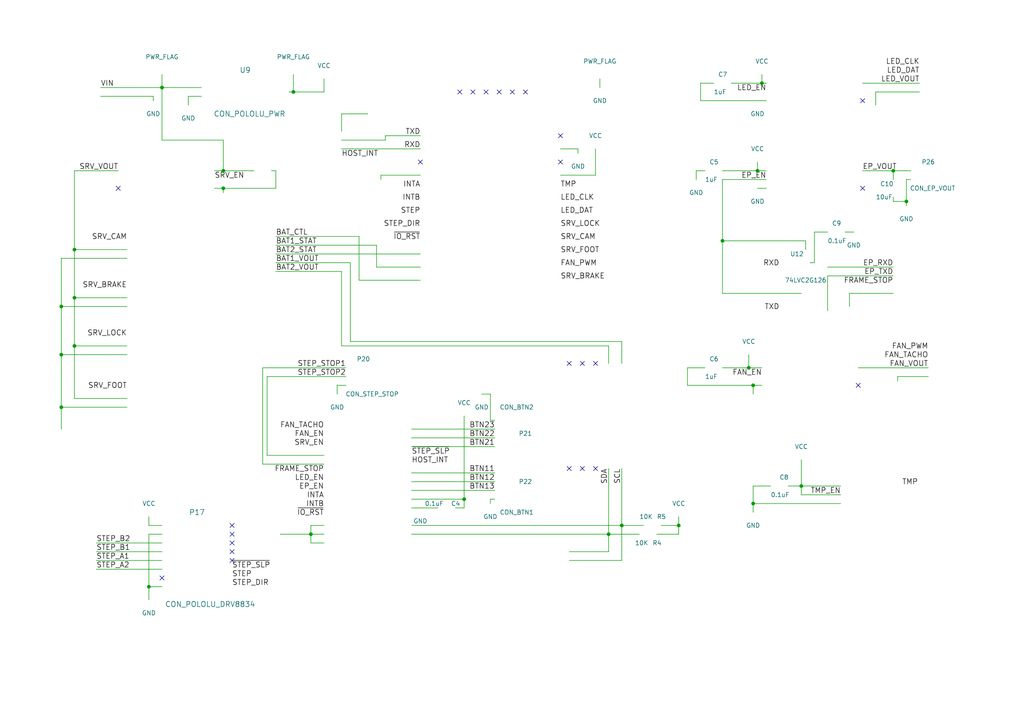
<source format=kicad_sch>
(kicad_sch (version 20230121) (generator eeschema)
  (paper "A4")
  (lib_symbols)
  (junction (at 64.77 49.53))
  (junction (at 17.78 118.11))
  (junction (at 232.41 140.97))
  (junction (at 134.62 144.78))
  (junction (at 220.98 24.13))
  (junction (at 90.17 154.94))
  (junction (at 218.44 111.76))
  (junction (at 176.53 154.94))
  (junction (at 218.44 146.05))
  (junction (at 85.09 26.67))
  (junction (at 217.17 106.68))
  (junction (at 21.59 86.36))
  (junction (at 17.78 88.9))
  (junction (at 21.59 72.39))
  (junction (at 209.55 69.85))
  (junction (at 259.08 49.53))
  (junction (at 46.99 25.4))
  (junction (at 180.34 152.4))
  (junction (at 21.59 100.33))
  (junction (at 196.85 152.4))
  (junction (at 64.77 54.61))
  (junction (at 219.71 49.53))
  (junction (at 262.89 58.42))
  (junction (at 43.18 170.18))
  (junction (at 17.78 102.87))
  (no_connect (at 67.31 152.4))
  (no_connect (at 137.16 26.67))
  (no_connect (at 172.72 105.41))
  (no_connect (at 67.31 160.02))
  (no_connect (at 168.91 135.89))
  (no_connect (at 162.56 46.99))
  (no_connect (at 67.31 162.56))
  (no_connect (at 144.78 26.67))
  (no_connect (at 121.92 46.99))
  (no_connect (at 152.4 26.67))
  (no_connect (at 250.19 54.61))
  (no_connect (at 162.56 39.37))
  (no_connect (at 250.19 29.21))
  (no_connect (at 46.99 167.64))
  (no_connect (at 67.31 154.94))
  (no_connect (at 34.29 54.61))
  (no_connect (at 133.35 26.67))
  (no_connect (at 140.97 26.67))
  (no_connect (at 148.59 26.67))
  (no_connect (at 172.72 135.89))
  (no_connect (at 67.31 157.48))
  (no_connect (at 165.1 105.41))
  (no_connect (at 168.91 105.41))
  (no_connect (at 248.92 111.76))
  (no_connect (at 165.1 135.89))
  (wire (pts (xy 232.41 133.35) (xy 232.41 140.97)))
  (wire (pts (xy 85.09 26.67) (xy 93.98 26.67)))
  (wire (pts (xy 266.7 24.13) (xy 250.19 24.13)))
  (wire (pts (xy 260.35 110.49) (xy 260.35 109.22)))
  (wire (pts (xy 142.24 144.78) (xy 143.51 144.78)))
  (wire (pts (xy 21.59 49.53) (xy 21.59 72.39)))
  (wire (pts (xy 64.77 54.61) (xy 80.01 54.61)))
  (wire (pts (xy 196.85 152.4) (xy 196.85 154.94)))
  (wire (pts (xy 143.51 121.92) (xy 142.24 121.92)))
  (wire (pts (xy 134.62 120.65) (xy 134.62 144.78)))
  (wire (pts (xy 173.99 22.86) (xy 173.99 25.4)))
  (wire (pts (xy 29.21 25.4) (xy 46.99 25.4)))
  (wire (pts (xy 80.01 73.66) (xy 121.92 73.66)))
  (wire (pts (xy 110.49 52.07) (xy 110.49 50.8)))
  (wire (pts (xy 77.47 132.08) (xy 93.98 132.08)))
  (wire (pts (xy 62.23 49.53) (xy 64.77 49.53)))
  (wire (pts (xy 142.24 121.92) (xy 142.24 114.3)))
  (wire (pts (xy 234.95 76.2) (xy 236.22 76.2)))
  (wire (pts (xy 232.41 140.97) (xy 243.84 140.97)))
  (wire (pts (xy 119.38 127) (xy 143.51 127)))
  (wire (pts (xy 46.99 21.59) (xy 46.99 25.4)))
  (wire (pts (xy 21.59 115.57) (xy 36.83 115.57)))
  (wire (pts (xy 176.53 154.94) (xy 176.53 160.02)))
  (wire (pts (xy 232.41 140.97) (xy 232.41 143.51)))
  (wire (pts (xy 219.71 54.61) (xy 222.25 54.61)))
  (wire (pts (xy 240.03 77.47) (xy 259.08 77.47)))
  (wire (pts (xy 119.38 154.94) (xy 176.53 154.94)))
  (wire (pts (xy 217.17 102.87) (xy 217.17 106.68)))
  (wire (pts (xy 180.34 152.4) (xy 186.69 152.4)))
  (wire (pts (xy 240.03 80.01) (xy 240.03 90.17)))
  (wire (pts (xy 218.44 146.05) (xy 218.44 148.59)))
  (wire (pts (xy 259.08 49.53) (xy 259.08 52.07)))
  (wire (pts (xy 111.76 39.37) (xy 111.76 40.64)))
  (wire (pts (xy 199.39 111.76) (xy 218.44 111.76)))
  (wire (pts (xy 228.6 140.97) (xy 232.41 140.97)))
  (wire (pts (xy 201.93 49.53) (xy 204.47 49.53)))
  (wire (pts (xy 209.55 49.53) (xy 219.71 49.53)))
  (wire (pts (xy 111.76 39.37) (xy 121.92 39.37)))
  (wire (pts (xy 27.94 165.1) (xy 46.99 165.1)))
  (wire (pts (xy 218.44 111.76) (xy 218.44 114.3)))
  (wire (pts (xy 100.33 111.76) (xy 97.79 111.76)))
  (wire (pts (xy 119.38 124.46) (xy 143.51 124.46)))
  (wire (pts (xy 119.38 139.7) (xy 143.51 139.7)))
  (wire (pts (xy 204.47 106.68) (xy 199.39 106.68)))
  (wire (pts (xy 99.06 43.18) (xy 121.92 43.18)))
  (wire (pts (xy 43.18 152.4) (xy 46.99 152.4)))
  (wire (pts (xy 220.98 21.59) (xy 220.98 24.13)))
  (wire (pts (xy 220.98 24.13) (xy 222.25 24.13)))
  (wire (pts (xy 245.11 67.31) (xy 247.65 67.31)))
  (wire (pts (xy 209.55 106.68) (xy 217.17 106.68)))
  (wire (pts (xy 207.01 24.13) (xy 203.2 24.13)))
  (wire (pts (xy 85.09 21.59) (xy 85.09 26.67)))
  (wire (pts (xy 110.49 50.8) (xy 121.92 50.8)))
  (wire (pts (xy 104.14 81.28) (xy 121.92 81.28)))
  (wire (pts (xy 167.64 43.18) (xy 167.64 44.45)))
  (wire (pts (xy 209.55 69.85) (xy 233.68 69.85)))
  (wire (pts (xy 219.71 49.53) (xy 222.25 49.53)))
  (wire (pts (xy 218.44 140.97) (xy 223.52 140.97)))
  (wire (pts (xy 199.39 106.68) (xy 199.39 111.76)))
  (wire (pts (xy 209.55 85.09) (xy 232.41 85.09)))
  (wire (pts (xy 90.17 154.94) (xy 90.17 157.48)))
  (wire (pts (xy 17.78 74.93) (xy 17.78 88.9)))
  (wire (pts (xy 264.16 52.07) (xy 262.89 52.07)))
  (wire (pts (xy 27.94 160.02) (xy 46.99 160.02)))
  (wire (pts (xy 21.59 72.39) (xy 21.59 86.36)))
  (wire (pts (xy 254 26.67) (xy 266.7 26.67)))
  (wire (pts (xy 76.2 134.62) (xy 93.98 134.62)))
  (wire (pts (xy 90.17 152.4) (xy 90.17 154.94)))
  (wire (pts (xy 64.77 40.64) (xy 64.77 49.53)))
  (wire (pts (xy 236.22 76.2) (xy 236.22 67.31)))
  (wire (pts (xy 46.99 40.64) (xy 64.77 40.64)))
  (wire (pts (xy 81.28 154.94) (xy 90.17 154.94)))
  (wire (pts (xy 80.01 78.74) (xy 99.06 78.74)))
  (wire (pts (xy 100.33 109.22) (xy 77.47 109.22)))
  (wire (pts (xy 134.62 144.78) (xy 134.62 147.32)))
  (wire (pts (xy 99.06 100.33) (xy 176.53 100.33)))
  (wire (pts (xy 119.38 129.54) (xy 143.51 129.54)))
  (wire (pts (xy 259.08 58.42) (xy 262.89 58.42)))
  (wire (pts (xy 233.68 69.85) (xy 233.68 72.39)))
  (wire (pts (xy 176.53 100.33) (xy 176.53 105.41)))
  (wire (pts (xy 180.34 135.89) (xy 180.34 152.4)))
  (wire (pts (xy 248.92 106.68) (xy 269.24 106.68)))
  (wire (pts (xy 104.14 68.58) (xy 104.14 81.28)))
  (wire (pts (xy 217.17 106.68) (xy 220.98 106.68)))
  (wire (pts (xy 119.38 144.78) (xy 134.62 144.78)))
  (wire (pts (xy 21.59 72.39) (xy 36.83 72.39)))
  (wire (pts (xy 58.42 27.94) (xy 54.61 27.94)))
  (wire (pts (xy 17.78 88.9) (xy 17.78 102.87)))
  (wire (pts (xy 21.59 86.36) (xy 21.59 100.33)))
  (wire (pts (xy 260.35 109.22) (xy 269.24 109.22)))
  (wire (pts (xy 176.53 154.94) (xy 185.42 154.94)))
  (wire (pts (xy 134.62 147.32) (xy 132.08 147.32)))
  (wire (pts (xy 62.23 54.61) (xy 64.77 54.61)))
  (wire (pts (xy 90.17 154.94) (xy 93.98 154.94)))
  (wire (pts (xy 180.34 162.56) (xy 165.1 162.56)))
  (wire (pts (xy 196.85 154.94) (xy 190.5 154.94)))
  (wire (pts (xy 101.6 76.2) (xy 101.6 99.06)))
  (wire (pts (xy 236.22 67.31) (xy 240.03 67.31)))
  (wire (pts (xy 46.99 25.4) (xy 58.42 25.4)))
  (wire (pts (xy 232.41 143.51) (xy 243.84 143.51)))
  (wire (pts (xy 218.44 111.76) (xy 220.98 111.76)))
  (wire (pts (xy 64.77 54.61) (xy 64.77 55.88)))
  (wire (pts (xy 172.72 43.18) (xy 172.72 50.8)))
  (wire (pts (xy 119.38 147.32) (xy 127 147.32)))
  (wire (pts (xy 27.94 157.48) (xy 46.99 157.48)))
  (wire (pts (xy 43.18 170.18) (xy 46.99 170.18)))
  (wire (pts (xy 44.45 27.94) (xy 44.45 29.21)))
  (wire (pts (xy 262.89 58.42) (xy 262.89 59.69)))
  (wire (pts (xy 176.53 160.02) (xy 165.1 160.02)))
  (wire (pts (xy 218.44 146.05) (xy 243.84 146.05)))
  (wire (pts (xy 46.99 25.4) (xy 46.99 40.64)))
  (wire (pts (xy 119.38 152.4) (xy 180.34 152.4)))
  (wire (pts (xy 180.34 99.06) (xy 180.34 105.41)))
  (wire (pts (xy 180.34 152.4) (xy 180.34 162.56)))
  (wire (pts (xy 21.59 100.33) (xy 36.83 100.33)))
  (wire (pts (xy 209.55 52.07) (xy 209.55 69.85)))
  (wire (pts (xy 219.71 46.99) (xy 219.71 49.53)))
  (wire (pts (xy 27.94 162.56) (xy 46.99 162.56)))
  (wire (pts (xy 176.53 135.89) (xy 176.53 154.94)))
  (wire (pts (xy 80.01 76.2) (xy 101.6 76.2)))
  (wire (pts (xy 203.2 29.21) (xy 222.25 29.21)))
  (wire (pts (xy 43.18 170.18) (xy 43.18 173.99)))
  (wire (pts (xy 196.85 149.86) (xy 196.85 152.4)))
  (wire (pts (xy 29.21 27.94) (xy 44.45 27.94)))
  (wire (pts (xy 99.06 33.02) (xy 99.06 38.1)))
  (wire (pts (xy 76.2 106.68) (xy 76.2 134.62)))
  (wire (pts (xy 109.22 71.12) (xy 109.22 77.47)))
  (wire (pts (xy 78.74 49.53) (xy 80.01 49.53)))
  (wire (pts (xy 80.01 68.58) (xy 104.14 68.58)))
  (wire (pts (xy 54.61 27.94) (xy 54.61 30.48)))
  (wire (pts (xy 43.18 154.94) (xy 46.99 154.94)))
  (wire (pts (xy 250.19 49.53) (xy 259.08 49.53)))
  (wire (pts (xy 36.83 118.11) (xy 17.78 118.11)))
  (wire (pts (xy 97.79 111.76) (xy 97.79 114.3)))
  (wire (pts (xy 43.18 154.94) (xy 43.18 170.18)))
  (wire (pts (xy 172.72 50.8) (xy 162.56 50.8)))
  (wire (pts (xy 80.01 71.12) (xy 109.22 71.12)))
  (wire (pts (xy 21.59 86.36) (xy 36.83 86.36)))
  (wire (pts (xy 83.82 26.67) (xy 85.09 26.67)))
  (wire (pts (xy 218.44 140.97) (xy 218.44 146.05)))
  (wire (pts (xy 246.38 88.9) (xy 246.38 85.09)))
  (wire (pts (xy 109.22 77.47) (xy 121.92 77.47)))
  (wire (pts (xy 203.2 24.13) (xy 203.2 29.21)))
  (wire (pts (xy 43.18 149.86) (xy 43.18 152.4)))
  (wire (pts (xy 93.98 152.4) (xy 90.17 152.4)))
  (wire (pts (xy 21.59 100.33) (xy 21.59 115.57)))
  (wire (pts (xy 119.38 137.16) (xy 143.51 137.16)))
  (wire (pts (xy 17.78 118.11) (xy 17.78 124.46)))
  (wire (pts (xy 34.29 49.53) (xy 21.59 49.53)))
  (wire (pts (xy 259.08 49.53) (xy 264.16 49.53)))
  (wire (pts (xy 76.2 106.68) (xy 100.33 106.68)))
  (wire (pts (xy 17.78 102.87) (xy 36.83 102.87)))
  (wire (pts (xy 162.56 43.18) (xy 167.64 43.18)))
  (wire (pts (xy 259.08 57.15) (xy 259.08 58.42)))
  (wire (pts (xy 142.24 114.3) (xy 139.7 114.3)))
  (wire (pts (xy 64.77 49.53) (xy 73.66 49.53)))
  (wire (pts (xy 17.78 88.9) (xy 36.83 88.9)))
  (wire (pts (xy 201.93 52.07) (xy 201.93 49.53)))
  (wire (pts (xy 142.24 144.78) (xy 142.24 146.05)))
  (wire (pts (xy 212.09 24.13) (xy 220.98 24.13)))
  (wire (pts (xy 99.06 78.74) (xy 99.06 100.33)))
  (wire (pts (xy 209.55 52.07) (xy 222.25 52.07)))
  (wire (pts (xy 209.55 69.85) (xy 209.55 85.09)))
  (wire (pts (xy 90.17 157.48) (xy 93.98 157.48)))
  (wire (pts (xy 111.76 40.64) (xy 99.06 40.64)))
  (wire (pts (xy 262.89 52.07) (xy 262.89 58.42)))
  (wire (pts (xy 246.38 85.09) (xy 259.08 85.09)))
  (wire (pts (xy 259.08 80.01) (xy 240.03 80.01)))
  (wire (pts (xy 17.78 102.87) (xy 17.78 118.11)))
  (wire (pts (xy 77.47 109.22) (xy 77.47 132.08)))
  (wire (pts (xy 196.85 152.4) (xy 191.77 152.4)))
  (wire (pts (xy 17.78 74.93) (xy 36.83 74.93)))
  (wire (pts (xy 254 30.48) (xy 254 26.67)))
  (wire (pts (xy 101.6 99.06) (xy 180.34 99.06)))
  (wire (pts (xy 106.68 33.02) (xy 99.06 33.02)))
  (wire (pts (xy 93.98 26.67) (xy 93.98 22.86)))
  (wire (pts (xy 119.38 142.24) (xy 143.51 142.24)))
  (wire (pts (xy 80.01 49.53) (xy 80.01 54.61)))
  (label "SRV_EN" (at 62.23 52.07 0) (effects (font (size 1.524 1.524))))
  (label "~{STEP_SLP}" (at 67.31 165.1 0) (effects (font (size 1.524 1.524))))
  (label "LED_VOUT" (at 266.7 24.13 180) (effects (font (size 1.524 1.524))))
  (label "INTA" (at 93.98 144.78 180) (effects (font (size 1.524 1.524))))
  (label "HOST_INT" (at 99.06 45.72 0) (effects (font (size 1.524 1.524))))
  (label "LED_EN" (at 93.98 139.7 180) (effects (font (size 1.524 1.524))))
  (label "TMP_EN" (at 243.84 143.51 180) (effects (font (size 1.524 1.524))))
  (label "SRV_LOCK" (at 162.56 66.04 0) (effects (font (size 1.524 1.524))))
  (label "LED_EN" (at 222.25 26.67 180) (effects (font (size 1.524 1.524))))
  (label "SDA" (at 176.53 135.89 270) (effects (font (size 1.524 1.524))))
  (label "FAN_PWM" (at 162.56 77.47 0) (effects (font (size 1.524 1.524))))
  (label "STEP_A1" (at 27.94 162.56 0) (effects (font (size 1.524 1.524))))
  (label "BTN11" (at 143.51 137.16 180) (effects (font (size 1.524 1.524))))
  (label "LED_CLK" (at 162.56 58.42 0) (effects (font (size 1.524 1.524))))
  (label "~{STEP_SLP}" (at 119.38 132.08 0) (effects (font (size 1.524 1.524))))
  (label "FAN_TACHO" (at 269.24 104.14 180) (effects (font (size 1.524 1.524))))
  (label "EP_EN" (at 93.98 142.24 180) (effects (font (size 1.524 1.524))))
  (label "SRV_BRAKE" (at 36.83 83.82 180) (effects (font (size 1.524 1.524))))
  (label "BTN22" (at 143.51 127 180) (effects (font (size 1.524 1.524))))
  (label "LED_CLK" (at 266.7 19.05 180) (effects (font (size 1.524 1.524))))
  (label "INTB" (at 121.92 58.42 180) (effects (font (size 1.524 1.524))))
  (label "SRV_FOOT" (at 162.56 73.66 0) (effects (font (size 1.524 1.524))))
  (label "LED_DAT" (at 266.7 21.59 180) (effects (font (size 1.524 1.524))))
  (label "STEP_B1" (at 27.94 160.02 0) (effects (font (size 1.524 1.524))))
  (label "BTN13" (at 143.51 142.24 180) (effects (font (size 1.524 1.524))))
  (label "TMP" (at 261.62 140.97 0) (effects (font (size 1.524 1.524))))
  (label "FRAME_STOP" (at 259.08 82.55 180) (effects (font (size 1.524 1.524))))
  (label "SRV_LOCK" (at 36.83 97.79 180) (effects (font (size 1.524 1.524))))
  (label "SRV_CAM" (at 162.56 69.85 0) (effects (font (size 1.524 1.524))))
  (label "LED_DAT" (at 162.56 62.23 0) (effects (font (size 1.524 1.524))))
  (label "EP_TXD" (at 259.08 80.01 180) (effects (font (size 1.524 1.524))))
  (label "FRAME_STOP" (at 93.98 137.16 180) (effects (font (size 1.524 1.524))))
  (label "BTN23" (at 143.51 124.46 180) (effects (font (size 1.524 1.524))))
  (label "TMP" (at 162.56 54.61 0) (effects (font (size 1.524 1.524))))
  (label "STEP_A2" (at 27.94 165.1 0) (effects (font (size 1.524 1.524))))
  (label "BAT1_VOUT" (at 80.01 76.2 0) (effects (font (size 1.524 1.524))))
  (label "BTN21" (at 143.51 129.54 180) (effects (font (size 1.524 1.524))))
  (label "VIN" (at 29.21 25.4 0) (effects (font (size 1.524 1.524))))
  (label "SRV_BRAKE" (at 162.56 81.28 0) (effects (font (size 1.524 1.524))))
  (label "SRV_FOOT" (at 36.83 113.03 180) (effects (font (size 1.524 1.524))))
  (label "SRV_EN" (at 93.98 129.54 180) (effects (font (size 1.524 1.524))))
  (label "FAN_EN" (at 220.98 109.22 180) (effects (font (size 1.524 1.524))))
  (label "EP_RXD" (at 259.08 77.47 180) (effects (font (size 1.524 1.524))))
  (label "STEP_STOP2" (at 100.33 109.22 180) (effects (font (size 1.524 1.524))))
  (label "INTA" (at 121.92 54.61 180) (effects (font (size 1.524 1.524))))
  (label "FAN_VOUT" (at 269.24 106.68 180) (effects (font (size 1.524 1.524))))
  (label "STEP_B2" (at 27.94 157.48 0) (effects (font (size 1.524 1.524))))
  (label "SCL" (at 180.34 135.89 270) (effects (font (size 1.524 1.524))))
  (label "RXD" (at 121.92 43.18 180) (effects (font (size 1.524 1.524))))
  (label "TXD" (at 121.92 39.37 180) (effects (font (size 1.524 1.524))))
  (label "FAN_EN" (at 93.98 127 180) (effects (font (size 1.524 1.524))))
  (label "EP_EN" (at 222.25 52.07 180) (effects (font (size 1.524 1.524))))
  (label "HOST_INT" (at 119.38 134.62 0) (effects (font (size 1.524 1.524))))
  (label "~{IO_RST}" (at 121.92 69.85 180) (effects (font (size 1.524 1.524))))
  (label "BAT2_STAT" (at 80.01 73.66 0) (effects (font (size 1.524 1.524))))
  (label "BAT2_VOUT" (at 80.01 78.74 0) (effects (font (size 1.524 1.524))))
  (label "TXD" (at 226.06 90.17 180) (effects (font (size 1.524 1.524))))
  (label "FAN_PWM" (at 269.24 101.6 180) (effects (font (size 1.524 1.524))))
  (label "FAN_TACHO" (at 93.98 124.46 180) (effects (font (size 1.524 1.524))))
  (label "SRV_VOUT" (at 34.29 49.53 180) (effects (font (size 1.524 1.524))))
  (label "STEP" (at 67.31 167.64 0) (effects (font (size 1.524 1.524))))
  (label "RXD" (at 226.06 77.47 180) (effects (font (size 1.524 1.524))))
  (label "STEP_DIR" (at 121.92 66.04 180) (effects (font (size 1.524 1.524))))
  (label "BTN12" (at 143.51 139.7 180) (effects (font (size 1.524 1.524))))
  (label "INTB" (at 93.98 147.32 180) (effects (font (size 1.524 1.524))))
  (label "SRV_CAM" (at 36.83 69.85 180) (effects (font (size 1.524 1.524))))
  (label "EP_VOUT" (at 250.19 49.53 0) (effects (font (size 1.524 1.524))))
  (label "~{IO_RST}" (at 93.98 149.86 180) (effects (font (size 1.524 1.524))))
  (label "BAT_CTL" (at 80.01 68.58 0) (effects (font (size 1.524 1.524))))
  (label "STEP" (at 121.92 62.23 180) (effects (font (size 1.524 1.524))))
  (label "STEP_DIR" (at 67.31 170.18 0) (effects (font (size 1.524 1.524))))
  (label "STEP_STOP1" (at 100.33 106.68 180) (effects (font (size 1.524 1.524))))
  (label "BAT1_STAT" (at 80.01 71.12 0) (effects (font (size 1.524 1.524))))
  (symbol (lib_id "ProMini") (at 142.24 60.96 0) (unit 1)
    (property "Reference" "U11" (at 142.24 58.42 0) (effects (font (size 1.524 1.524))))
    (property "Value" "ProMini" (at 142.24 62.23 0) (effects (font (size 1.524 1.524))))
    (property "Footprint" "body:PRO_MINI" (effects hide))
  )
  (symbol (lib_id "ProMini") (at 172.72 120.65 0) (unit 2)
    (property "Reference" "U11" (at 172.72 118.11 0) (effects (font (size 1.524 1.524))))
    (property "Value" "ProMini" (at 172.72 121.92 0) (effects (font (size 1.524 1.524))))
  )
  (symbol (lib_id "CONN_01X05") (at 74.93 73.66 0) (mirror y) (unit 1)
    (property "Reference" "P18" (at 74.93 64.77 0))
    (property "Value" "CON_BAT" (at 74.93 82.55 0))
    (property "Footprint" "Connectors_Molex:Molex_PicoBlade_53047-0510" (effects hide))
  )
  (symbol (lib_id "PWR_FLAG") (at 46.99 21.59 0) (unit 1)
    (property "Reference" "#FLG01" (effects hide))
    (property "Value" "PWR_FLAG" (at 46.99 16.51 0))
  )
  (symbol (lib_id "VCC") (at 93.98 22.86 0) (unit 1)
    (property "Reference" "#PWR02" (effects hide))
    (property "Value" "VCC" (at 93.98 19.05 0))
  )
  (symbol (lib_id "CONN_01X03") (at 41.91 72.39 0) (unit 1)
    (property "Reference" "P14" (at 41.91 67.31 0))
    (property "Value" "CON_SRV_CAM" (at 41.91 77.47 0))
    (property "Footprint" "Connectors_Molex:Molex_PicoBlade_53047-0310" (effects hide))
  )
  (symbol (lib_id "High_Side_Switch") (at 48.26 52.07 0) (mirror y) (unit 1)
    (property "Reference" "U8" (at 48.26 44.45 0) (effects (font (size 1.524 1.524))))
    (property "Value" "SRV_SWITCH" (at 48.26 59.69 0) (effects (font (size 1.524 1.524))))
    (property "Footprint" "TO_SOT_Packages_SMD:SOT-23-5" (effects hide))
  )
  (symbol (lib_id "GND") (at 64.77 55.88 0) (unit 1)
    (property "Reference" "#PWR03" (effects hide))
    (property "Value" "GND" (at 64.77 59.69 0))
  )
  (symbol (lib_id "CONN_01X03") (at 41.91 86.36 0) (unit 1)
    (property "Reference" "P15" (at 41.91 81.28 0))
    (property "Value" "CON_SRV_BRAKE" (at 41.91 91.44 0))
    (property "Footprint" "Connectors_Molex:Molex_PicoBlade_53047-0310" (effects hide))
  )
  (symbol (lib_id "CONN_01X03") (at 41.91 100.33 0) (unit 1)
    (property "Reference" "P16" (at 41.91 95.25 0))
    (property "Value" "CON_SRV_LOCK" (at 41.91 105.41 0))
    (property "Footprint" "Connectors_Molex:Molex_PicoBlade_53047-0310" (effects hide))
  )
  (symbol (lib_id "CONN_01X03") (at 41.91 115.57 0) (unit 1)
    (property "Reference" "P23" (at 41.91 110.49 0))
    (property "Value" "CON_SRV_FOOT" (at 41.91 120.65 0))
    (property "Footprint" "Connectors_Molex:Molex_PicoBlade_53047-0310" (effects hide))
  )
  (symbol (lib_id "High_Side_Switch") (at 236.22 26.67 0) (unit 1)
    (property "Reference" "U14" (at 236.22 19.05 0) (effects (font (size 1.524 1.524))))
    (property "Value" "LED_SWITCH" (at 236.22 34.29 0) (effects (font (size 1.524 1.524))))
    (property "Footprint" "TO_SOT_Packages_SMD:SOT-23-5" (effects hide))
  )
  (symbol (lib_id "VCC") (at 220.98 21.59 0) (unit 1)
    (property "Reference" "#PWR04" (effects hide))
    (property "Value" "VCC" (at 220.98 17.78 0))
  )
  (symbol (lib_id "GND") (at 219.71 29.21 0) (unit 1)
    (property "Reference" "#PWR05" (effects hide))
    (property "Value" "GND" (at 219.71 33.02 0))
  )
  (symbol (lib_id "High_Side_Switch") (at 236.22 52.07 0) (unit 1)
    (property "Reference" "U15" (at 236.22 44.45 0) (effects (font (size 1.524 1.524))))
    (property "Value" "EP_SWITCH" (at 236.22 59.69 0) (effects (font (size 1.524 1.524))))
    (property "Footprint" "TO_SOT_Packages_SMD:SOT-23-5" (effects hide))
  )
  (symbol (lib_id "VCC") (at 219.71 46.99 0) (unit 1)
    (property "Reference" "#PWR06" (effects hide))
    (property "Value" "VCC" (at 219.71 43.18 0))
  )
  (symbol (lib_id "GND") (at 219.71 54.61 0) (unit 1)
    (property "Reference" "#PWR07" (effects hide))
    (property "Value" "GND" (at 219.71 58.42 0))
  )
  (symbol (lib_id "GND") (at 254 30.48 0) (unit 1)
    (property "Reference" "#PWR08" (effects hide))
    (property "Value" "GND" (at 254 34.29 0))
  )
  (symbol (lib_id "CONN_01X02") (at 269.24 50.8 0) (unit 1)
    (property "Reference" "P26" (at 269.24 46.99 0))
    (property "Value" "CON_EP_VOUT" (at 270.51 54.61 0))
    (property "Footprint" "Connectors_Molex:Molex_PicoBlade_53047-0210" (effects hide))
  )
  (symbol (lib_id "GND") (at 262.89 59.69 0) (unit 1)
    (property "Reference" "#PWR09" (effects hide))
    (property "Value" "GND" (at 262.89 63.5 0))
  )
  (symbol (lib_id "74LVC2G126") (at 233.68 77.47 0) (unit 2)
    (property "Reference" "U12" (at 231.14 73.66 0))
    (property "Value" "74LVC2G126" (at 233.68 81.28 0))
    (property "Footprint" "body:TI_DCU_8" (effects hide))
  )
  (symbol (lib_id "74LVC2G126") (at 232.41 90.17 0) (mirror y) (unit 1)
    (property "Reference" "U12" (at 234.95 86.36 0))
    (property "Value" "74LVC2G126" (at 232.41 93.98 0))
  )
  (symbol (lib_id "CONN_01X04") (at 264.16 81.28 0) (mirror x) (unit 1)
    (property "Reference" "P24" (at 264.16 87.63 0))
    (property "Value" "CON_EYEPIECE_COM" (at 270.51 73.66 0))
    (property "Footprint" "Connectors_Molex:Molex_PicoBlade_53047-0410" (effects hide))
  )
  (symbol (lib_id "CON_POLOLU_DRV8834") (at 57.15 161.29 0) (unit 1)
    (property "Reference" "P17" (at 57.15 148.59 0) (effects (font (size 1.524 1.524))))
    (property "Value" "CON_POLOLU_DRV8834" (at 60.96 175.26 0) (effects (font (size 1.524 1.524))))
    (property "Footprint" "body:POLOLU_DRV8834" (effects hide))
  )
  (symbol (lib_id "CON_POLOLU_PWR") (at 71.12 26.67 0) (unit 1)
    (property "Reference" "U9" (at 71.12 20.32 0) (effects (font (size 1.524 1.524))))
    (property "Value" "CON_POLOLU_PWR" (at 72.39 33.02 0) (effects (font (size 1.524 1.524))))
    (property "Footprint" "body:POLOLU_U1V10F5" (effects hide))
  )
  (symbol (lib_id "GND") (at 246.38 88.9 0) (unit 1)
    (property "Reference" "#PWR010" (effects hide))
    (property "Value" "GND" (at 246.38 92.71 0))
  )
  (symbol (lib_id "C_Small") (at 242.57 67.31 270) (unit 1)
    (property "Reference" "C9" (at 241.3 64.77 90) (effects (justify left)))
    (property "Value" "0.1uF" (at 240.03 69.85 90) (effects (justify left)))
    (property "Footprint" "Capacitors_SMD:C_0402" (effects hide))
  )
  (symbol (lib_id "GND") (at 247.65 67.31 0) (unit 1)
    (property "Reference" "#PWR011" (effects hide))
    (property "Value" "GND" (at 247.65 71.12 0))
  )
  (symbol (lib_id "CONN_01X04") (at 93.98 41.91 0) (mirror y) (unit 1)
    (property "Reference" "P19" (at 93.98 35.56 0))
    (property "Value" "CON_UART" (at 93.98 49.53 0))
    (property "Footprint" "Connectors_Molex:Molex_PicoBlade_53047-0410" (effects hide))
  )
  (symbol (lib_id "GND") (at 106.68 33.02 0) (unit 1)
    (property "Reference" "#PWR012" (effects hide))
    (property "Value" "GND" (at 106.68 36.83 0))
  )
  (symbol (lib_id "CONN_01X04") (at 22.86 161.29 0) (mirror y) (unit 1)
    (property "Reference" "P13" (at 22.86 154.94 0))
    (property "Value" "CON_STEP" (at 22.86 168.91 0))
    (property "Footprint" "Connectors_Molex:Molex_PicoBlade_53047-0410" (effects hide))
  )
  (symbol (lib_id "VCC") (at 43.18 149.86 0) (unit 1)
    (property "Reference" "#PWR013" (effects hide))
    (property "Value" "VCC" (at 43.18 146.05 0))
  )
  (symbol (lib_id "GND") (at 43.18 173.99 0) (unit 1)
    (property "Reference" "#PWR014" (effects hide))
    (property "Value" "GND" (at 43.18 177.8 0))
  )
  (symbol (lib_id "CONN_01X03") (at 105.41 109.22 0) (unit 1)
    (property "Reference" "P20" (at 105.41 104.14 0))
    (property "Value" "CON_STEP_STOP" (at 107.95 114.3 0))
    (property "Footprint" "Connectors_Molex:Molex_PicoBlade_53047-0310" (effects hide))
  )
  (symbol (lib_id "GND") (at 167.64 44.45 0) (unit 1)
    (property "Reference" "#PWR015" (effects hide))
    (property "Value" "GND" (at 167.64 48.26 0))
  )
  (symbol (lib_id "VCC") (at 172.72 43.18 0) (unit 1)
    (property "Reference" "#PWR025" (effects hide))
    (property "Value" "VCC" (at 172.72 39.37 0))
  )
  (symbol (lib_id "High_Side_Switch") (at 234.95 109.22 0) (unit 1)
    (property "Reference" "U13" (at 234.95 101.6 0) (effects (font (size 1.524 1.524))))
    (property "Value" "FAN_SWITCH" (at 234.95 116.84 0) (effects (font (size 1.524 1.524))))
    (property "Footprint" "TO_SOT_Packages_SMD:SOT-23-5" (effects hide))
  )
  (symbol (lib_id "VCC") (at 217.17 102.87 0) (unit 1)
    (property "Reference" "#PWR016" (effects hide))
    (property "Value" "VCC" (at 217.17 99.06 0))
  )
  (symbol (lib_id "GND") (at 218.44 114.3 0) (unit 1)
    (property "Reference" "#PWR017" (effects hide))
    (property "Value" "GND" (at 218.44 118.11 0))
  )
  (symbol (lib_id "CONN_01X04") (at 274.32 105.41 0) (unit 1)
    (property "Reference" "P25" (at 274.32 99.06 0))
    (property "Value" "CON_FAN" (at 274.32 111.76 0))
    (property "Footprint" "Connectors_Molex:Molex_PicoBlade_53047-0410" (effects hide))
  )
  (symbol (lib_id "GND") (at 260.35 110.49 0) (unit 1)
    (property "Reference" "#PWR018" (effects hide))
    (property "Value" "GND" (at 260.35 114.3 0))
  )
  (symbol (lib_id "GND") (at 17.78 124.46 0) (unit 1)
    (property "Reference" "#PWR019" (effects hide))
    (property "Value" "GND" (at 17.78 128.27 0))
  )
  (symbol (lib_id "TMP36") (at 252.73 143.51 0) (unit 1)
    (property "Reference" "U16" (at 252.73 135.89 0) (effects (font (size 1.524 1.524))))
    (property "Value" "TMP36" (at 252.73 151.13 0) (effects (font (size 1.524 1.524))))
    (property "Footprint" "TO_SOT_Packages_SMD:SOT-23-5" (effects hide))
  )
  (symbol (lib_id "VCC") (at 232.41 133.35 0) (unit 1)
    (property "Reference" "#PWR020" (effects hide))
    (property "Value" "VCC" (at 232.41 129.54 0))
  )
  (symbol (lib_id "C_Small") (at 226.06 140.97 270) (unit 1)
    (property "Reference" "C8" (at 226.06 138.43 90) (effects (justify left)))
    (property "Value" "0.1uF" (at 223.52 143.51 90) (effects (justify left)))
    (property "Footprint" "Capacitors_SMD:C_0402" (effects hide))
  )
  (symbol (lib_id "GND") (at 218.44 148.59 0) (unit 1)
    (property "Reference" "#PWR021" (effects hide))
    (property "Value" "GND" (at 218.44 152.4 0))
  )
  (symbol (lib_id "GND") (at 142.24 146.05 0) (unit 1)
    (property "Reference" "#PWR026" (effects hide))
    (property "Value" "GND" (at 142.24 149.86 0))
  )
  (symbol (lib_id "GND") (at 121.92 147.32 0) (unit 1)
    (property "Reference" "#PWR027" (effects hide))
    (property "Value" "GND" (at 121.92 151.13 0))
  )
  (symbol (lib_id "VCC") (at 134.62 120.65 0) (unit 1)
    (property "Reference" "#PWR028" (effects hide))
    (property "Value" "VCC" (at 134.62 116.84 0))
  )
  (symbol (lib_id "C_Small") (at 129.54 147.32 270) (unit 1)
    (property "Reference" "C4" (at 130.81 146.05 90) (effects (justify left)))
    (property "Value" "0.1uF" (at 123.19 146.05 90) (effects (justify left)))
    (property "Footprint" "Capacitors_SMD:C_0402" (effects hide))
  )
  (symbol (lib_id "C_Small") (at 209.55 24.13 270) (unit 1)
    (property "Reference" "C7" (at 208.28 21.59 90) (effects (justify left)))
    (property "Value" "1uF" (at 207.01 26.67 90) (effects (justify left)))
    (property "Footprint" "Capacitors_SMD:C_0402" (effects hide))
  )
  (symbol (lib_id "C_Small") (at 207.01 49.53 270) (unit 1)
    (property "Reference" "C5" (at 205.74 46.99 90) (effects (justify left)))
    (property "Value" "1uF" (at 204.47 52.07 90) (effects (justify left)))
    (property "Footprint" "Capacitors_SMD:C_0402" (effects hide))
  )
  (symbol (lib_id "GND") (at 201.93 52.07 0) (unit 1)
    (property "Reference" "#PWR022" (effects hide))
    (property "Value" "GND" (at 201.93 55.88 0))
  )
  (symbol (lib_id "C_Small") (at 76.2 49.53 270) (unit 1)
    (property "Reference" "C3" (at 74.93 46.99 90) (effects (justify left)))
    (property "Value" "1uF" (at 73.66 52.07 90) (effects (justify left)))
    (property "Footprint" "Capacitors_SMD:C_0402" (effects hide))
  )
  (symbol (lib_id "C_Small") (at 207.01 106.68 270) (unit 1)
    (property "Reference" "C6" (at 205.74 104.14 90) (effects (justify left)))
    (property "Value" "1uF" (at 204.47 109.22 90) (effects (justify left)))
    (property "Footprint" "Capacitors_SMD:C_0402" (effects hide))
  )
  (symbol (lib_id "GND") (at 54.61 30.48 0) (unit 1)
    (property "Reference" "#PWR023" (effects hide))
    (property "Value" "GND" (at 54.61 34.29 0))
  )
  (symbol (lib_id "R_Small") (at 189.23 152.4 270) (unit 1)
    (property "Reference" "R5" (at 190.5 149.86 90) (effects (justify left)))
    (property "Value" "10K" (at 185.42 149.86 90) (effects (justify left)))
    (property "Footprint" "Resistors_SMD:R_0402" (effects hide))
  )
  (symbol (lib_id "VCC") (at 196.85 149.86 0) (unit 1)
    (property "Reference" "#PWR029" (effects hide))
    (property "Value" "VCC" (at 196.85 146.05 0))
  )
  (symbol (lib_id "R_Small") (at 187.96 154.94 270) (unit 1)
    (property "Reference" "R4" (at 189.23 157.48 90) (effects (justify left)))
    (property "Value" "10K" (at 184.15 157.48 90) (effects (justify left)))
    (property "Footprint" "Resistors_SMD:R_0402" (effects hide))
  )
  (symbol (lib_id "C_Small") (at 259.08 54.61 0) (unit 1)
    (property "Reference" "C10" (at 255.27 53.34 0) (effects (justify left)))
    (property "Value" "10uF" (at 254 57.15 0) (effects (justify left)))
    (property "Footprint" "Capacitors_SMD:C_0603_HandSoldering" (effects hide))
  )
  (symbol (lib_id "VCC") (at 81.28 154.94 0) (unit 1)
    (property "Reference" "#PWR030" (effects hide))
    (property "Value" "VCC" (at 81.28 151.13 0))
  )
  (symbol (lib_id "GND") (at 139.7 114.3 0) (unit 1)
    (property "Reference" "#PWR032" (effects hide))
    (property "Value" "GND" (at 139.7 118.11 0))
  )
  (symbol (lib_id "CONN_01X04") (at 148.59 140.97 0) (unit 1)
    (property "Reference" "P22" (at 152.4 139.7 0))
    (property "Value" "CON_BTN1" (at 149.86 148.59 0))
    (property "Footprint" "Connectors_Molex:Molex_PicoBlade_53047-0410" (effects hide))
  )
  (symbol (lib_id "CONN_01X04") (at 148.59 125.73 0) (mirror x) (unit 1)
    (property "Reference" "P21" (at 152.4 125.73 0))
    (property "Value" "CON_BTN2" (at 149.86 118.11 0))
    (property "Footprint" "Connectors_Molex:Molex_PicoBlade_53047-0410" (effects hide))
  )
  (symbol (lib_id "GND") (at 110.49 52.07 0) (unit 1)
    (property "Reference" "#PWR031" (effects hide))
    (property "Value" "GND" (at 110.49 55.88 0))
  )
  (symbol (lib_id "GND") (at 44.45 29.21 0) (unit 1)
    (property "Reference" "#PWR033" (effects hide))
    (property "Value" "GND" (at 44.45 33.02 0))
  )
  (symbol (lib_id "MCP23017") (at 106.68 138.43 0) (mirror y) (unit 1)
    (property "Reference" "U10" (at 106.68 120.65 0) (effects (font (size 1.524 1.524))))
    (property "Value" "MCP23017" (at 106.68 162.56 0) (effects (font (size 1.524 1.524))))
    (property "Footprint" "Housings_SOIC:SOIC-28W_7.5x17.9mm_Pitch1.27mm" (effects hide))
  )
  (symbol (lib_id "GND") (at 97.79 114.3 0) (unit 1)
    (property "Reference" "#PWR024" (effects hide))
    (property "Value" "GND" (at 97.79 118.11 0))
  )
  (symbol (lib_id "CONN_01X02") (at 24.13 26.67 180) (unit 1)
    (property "Reference" "P1" (at 24.13 30.48 0))
    (property "Value" "CON_VIN" (at 21.59 26.67 90))
    (property "Footprint" "Connectors_Molex:Molex_PicoBlade_53047-0210" (effects hide))
  )
  (symbol (lib_id "PWR_FLAG") (at 85.09 21.59 0) (unit 1)
    (property "Reference" "#FLG034" (effects hide))
    (property "Value" "PWR_FLAG" (at 85.09 16.51 0))
  )
  (symbol (lib_id "PWR_FLAG") (at 173.99 22.86 0) (unit 1)
    (property "Reference" "#FLG035" (effects hide))
    (property "Value" "PWR_FLAG" (at 173.99 17.78 0))
  )
  (symbol (lib_id "GND") (at 173.99 25.4 0) (unit 1)
    (property "Reference" "#PWR036" (effects hide))
    (property "Value" "GND" (at 173.99 29.21 0))
  )
  (symbol (lib_id "CONN_01X02") (at 160.02 161.29 0) (mirror y) (unit 1)
    (property "Reference" "P3" (at 160.02 157.48 0))
    (property "Value" "CON_I2C" (at 158.75 165.1 0))
    (property "Footprint" "Connectors_Molex:Molex_PicoBlade_53047-0210" (effects hide))
  )
  (symbol (lib_id "CONN_01X04") (at 271.78 22.86 0) (unit 1)
    (property "Reference" "P4" (at 271.78 16.51 0))
    (property "Value" "CON_LED" (at 271.78 30.48 0))
    (property "Footprint" "Connectors_Molex:Molex_PicoBlade_53047-0410" (effects hide))
  )
)
</source>
